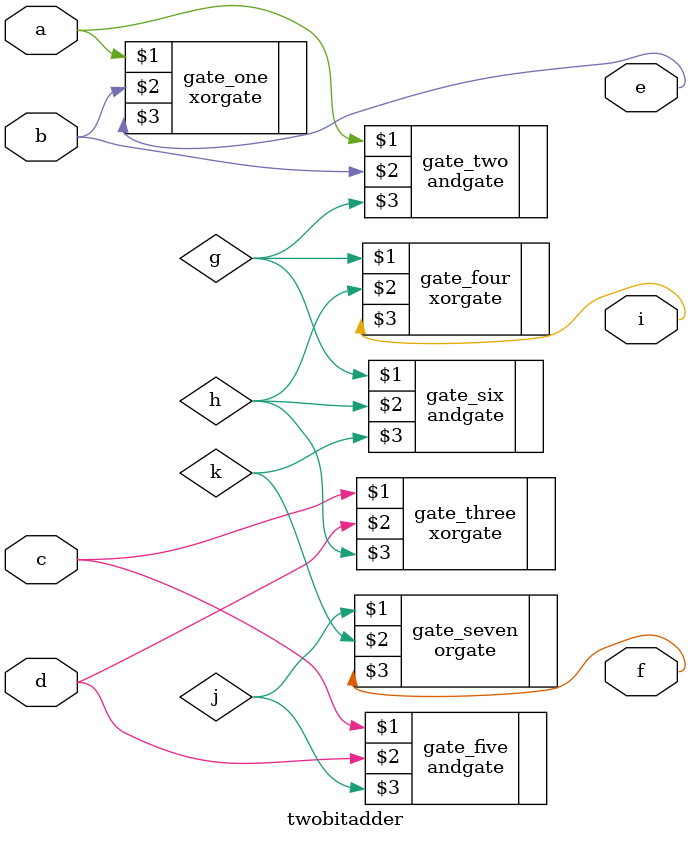
<source format=v>
module twobitadder(a, b, c, d, e, i, f);
input a,b,c,d;
output e,f,i;
wire g,h,j,k;

xorgate gate_one(a,b,e);
andgate gate_two(a,b,g);
xorgate gate_three(c,d,h);
xorgate gate_four(g,h,i);
andgate gate_five(c,d,j);
andgate gate_six(g,h,k);
orgate gate_seven(j,k,f);

//Order of outputs: 

//s0 = e
//s1 = i
//carry = f
endmodule

</source>
